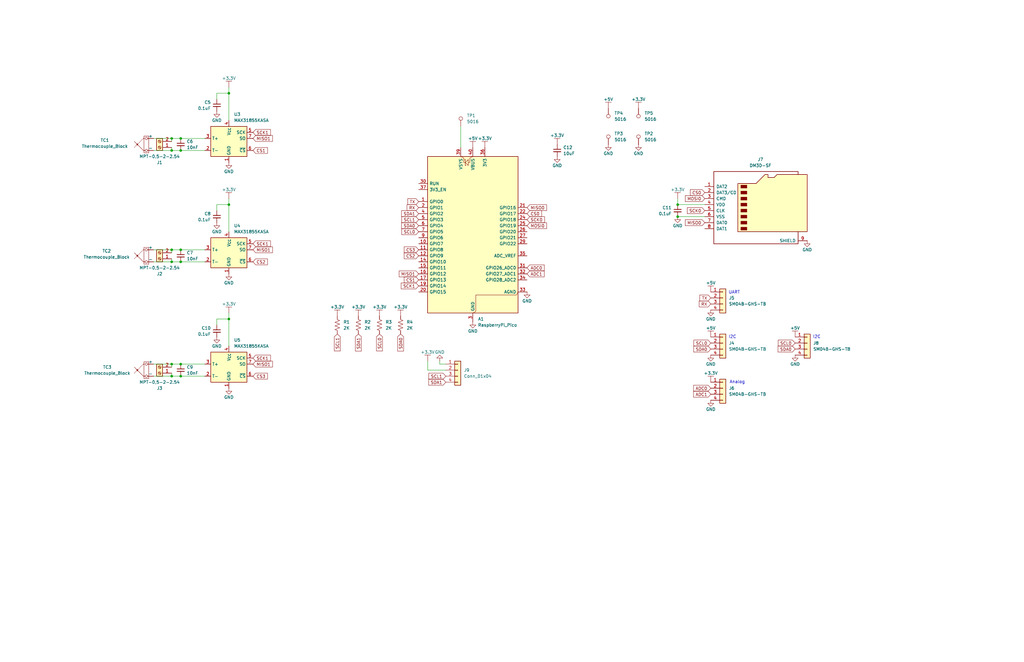
<source format=kicad_sch>
(kicad_sch (version 20250114) (generator "eeschema") (generator_version "9.0")
  (paper "B")
  (lib_symbols
    (symbol "Connector:Micro_SD_Card" (pin_names (offset 1.016))
      (property "Reference" "J" (at -16.51 15.24 0))
      (property "Value" "Micro_SD_Card" (at 16.51 15.24 0))
      (symbol "Micro_SD_Card_0_1"
        (polyline (pts (xy -8.89 -11.43) (xy -8.89 8.89) (xy -1.27 8.89) (xy 2.54 12.7) (xy 3.81 12.7) (xy 3.81 11.43) (xy 6.35 11.43) (xy 7.62 12.7) (xy 20.32 12.7) (xy 20.32 -11.43) (xy -8.89 -11.43)) (stroke (width 0.254)) (fill (type background)))
        (rectangle (start -7.62 8.255) (end -5.08 6.985) (fill (type outline)))
        (rectangle (start -7.62 5.715) (end -5.08 4.445) (fill (type outline)))
        (rectangle (start -7.62 3.175) (end -5.08 1.905) (fill (type outline)))
        (rectangle (start -7.62 0.635) (end -5.08 -0.635) (fill (type outline)))
        (rectangle (start -7.62 -1.905) (end -5.08 -3.175) (fill (type outline)))
        (rectangle (start -7.62 -4.445) (end -5.08 -5.715) (fill (type outline)))
        (rectangle (start -7.62 -6.985) (end -5.08 -8.255) (fill (type outline)))
        (rectangle (start -7.62 -9.525) (end -5.08 -10.795) (fill (type outline)))
        (polyline (pts (xy 16.51 12.7) (xy 16.51 13.97) (xy -19.05 13.97) (xy -19.05 -16.51) (xy 16.51 -16.51) (xy 16.51 -11.43)) (stroke (width 0.254)))
      )
      (symbol "Micro_SD_Card_1_1"
        (pin bidirectional line (at -22.86 7.62 0) (length 3.81) (name "DAT2") (number "1"))
        (pin bidirectional line (at -22.86 5.08 0) (length 3.81) (name "DAT3/CD") (number "2"))
        (pin input line (at -22.86 2.54 0) (length 3.81) (name "CMD") (number "3"))
        (pin power_in line (at -22.86 0 0) (length 3.81) (name "VDD") (number "4"))
        (pin input line (at -22.86 -2.54 0) (length 3.81) (name "CLK") (number "5"))
        (pin power_in line (at -22.86 -5.08 0) (length 3.81) (name "VSS") (number "6"))
        (pin bidirectional line (at -22.86 -7.62 0) (length 3.81) (name "DAT0") (number "7"))
        (pin bidirectional line (at -22.86 -10.16 0) (length 3.81) (name "DAT1") (number "8"))
        (pin passive line (at 20.32 -15.24 180) (length 3.81) (name "SHIELD") (number "9"))
      )
    )
    (symbol "Connector:Screw_Terminal_01x02" (pin_names (offset 1.016) (hide yes))
      (property "Reference" "J" (at 0 2.54 0))
      (property "Value" "Screw_Terminal_01x02" (at 0 -5.08 0))
      (symbol "Screw_Terminal_01x02_1_1"
        (rectangle (start -1.27 1.27) (end 1.27 -3.81) (stroke (width 0.254)) (fill (type background)))
        (polyline (pts (xy -0.5334 0.3302) (xy 0.3302 -0.508)) (stroke (width 0.1524)))
        (polyline (pts (xy -0.5334 -2.2098) (xy 0.3302 -3.048)) (stroke (width 0.1524)))
        (polyline (pts (xy -0.3556 0.508) (xy 0.508 -0.3302)) (stroke (width 0.1524)))
        (polyline (pts (xy -0.3556 -2.032) (xy 0.508 -2.8702)) (stroke (width 0.1524)))
        (circle (center 0 0) (radius 0.635) (stroke (width 0.1524)))
        (circle (center 0 -2.54) (radius 0.635) (stroke (width 0.1524)))
        (pin passive line (at -5.08 0 0) (length 3.81) (name "Pin_1") (number "1"))
        (pin passive line (at -5.08 -2.54 0) (length 3.81) (name "Pin_2") (number "2"))
      )
    )
    (symbol "Connector:TestPoint" (pin_numbers (hide yes)) (pin_names (offset 0.762) (hide yes))
      (property "Reference" "TP" (at 0 6.858 0))
      (property "Value" "TestPoint" (at 0 5.08 0))
      (symbol "TestPoint_0_1"
        (circle (center 0 3.302) (radius 0.762))
      )
      (symbol "TestPoint_1_1"
        (pin passive line (at 0 0 90) (length 2.54) (name "1") (number "1"))
      )
    )
    (symbol "Connector_Generic:Conn_01x04" (pin_names (offset 1.016) (hide yes))
      (property "Reference" "J" (at 0 5.08 0))
      (property "Value" "Conn_01x04" (at 0 -7.62 0))
      (symbol "Conn_01x04_1_1"
        (rectangle (start -1.27 3.81) (end 1.27 -6.35) (stroke (width 0.254)) (fill (type background)))
        (rectangle (start -1.27 2.667) (end 0 2.413) (stroke (width 0.1524)))
        (rectangle (start -1.27 0.127) (end 0 -0.127) (stroke (width 0.1524)))
        (rectangle (start -1.27 -2.413) (end 0 -2.667) (stroke (width 0.1524)))
        (rectangle (start -1.27 -4.953) (end 0 -5.207) (stroke (width 0.1524)))
        (pin passive line (at -5.08 2.54 0) (length 3.81) (name "Pin_1") (number "1"))
        (pin passive line (at -5.08 0 0) (length 3.81) (name "Pin_2") (number "2"))
        (pin passive line (at -5.08 -2.54 0) (length 3.81) (name "Pin_3") (number "3"))
        (pin passive line (at -5.08 -5.08 0) (length 3.81) (name "Pin_4") (number "4"))
      )
    )
    (symbol "Device:C_Small" (pin_numbers (hide yes)) (pin_names (offset 0.254) (hide yes))
      (property "Reference" "C" (at 0.254 1.778 0))
      (property "Value" "C_Small" (at 0.254 -2.032 0))
      (symbol "C_Small_0_1"
        (polyline (pts (xy -1.524 0.508) (xy 1.524 0.508)) (stroke (width 0.3048)))
        (polyline (pts (xy -1.524 -0.508) (xy 1.524 -0.508)) (stroke (width 0.3302)))
      )
      (symbol "C_Small_1_1"
        (pin passive line (at 0 2.54 270) (length 2.032) (name "~") (number "1"))
        (pin passive line (at 0 -2.54 90) (length 2.032) (name "~") (number "2"))
      )
    )
    (symbol "Device:R_US" (pin_numbers (hide yes)) (pin_names (offset 0))
      (property "Reference" "R" (at 2.54 0 90))
      (property "Value" "R_US" (at -2.54 0 90))
      (symbol "R_US_0_1"
        (polyline (pts (xy 0 2.286) (xy 0 2.54)))
        (polyline (pts (xy 0 2.286) (xy 1.016 1.905) (xy 0 1.524) (xy -1.016 1.143) (xy 0 0.762)))
        (polyline (pts (xy 0 0.762) (xy 1.016 0.381) (xy 0 0) (xy -1.016 -0.381) (xy 0 -0.762)))
        (polyline (pts (xy 0 -0.762) (xy 1.016 -1.143) (xy 0 -1.524) (xy -1.016 -1.905) (xy 0 -2.286)))
        (polyline (pts (xy 0 -2.286) (xy 0 -2.54)))
      )
      (symbol "R_US_1_1"
        (pin passive line (at 0 3.81 270) (length 1.27) (name "~") (number "1"))
        (pin passive line (at 0 -3.81 90) (length 1.27) (name "~") (number "2"))
      )
    )
    (symbol "Device:Thermocouple_Block" (pin_numbers (hide yes)) (pin_names (offset 0))
      (property "Reference" "TC" (at -3.048 3.81 0))
      (property "Value" "Thermocouple_Block" (at -5.08 -4.064 0))
      (symbol "Thermocouple_Block_0_1"
        (polyline (pts (xy -2.794 -1.016) (xy -3.048 -1.27)))
        (polyline (pts (xy -2.286 -0.508) (xy -2.54 -0.762)))
        (circle (center -1.778 0) (radius 0.254) (fill (type outline)))
        (polyline (pts (xy -1.778 0) (xy -2.032 -0.254)))
        (polyline (pts (xy -1.27 0.508) (xy -1.524 0.254)))
        (polyline (pts (xy -0.762 1.016) (xy -1.016 0.762)))
        (polyline (pts (xy -0.254 1.524) (xy -0.508 1.27)))
        (polyline (pts (xy 0.254 2.032) (xy 0 1.778)))
        (polyline (pts (xy 0.762 2.54) (xy 0.508 2.286)))
        (rectangle (start 1.016 3.556) (end 3.048 -3.556))
        (polyline (pts (xy 1.27 2.54) (xy 0.762 2.54)))
        (polyline (pts (xy 1.27 -2.54) (xy 1.016 -2.54)))
        (polyline (pts (xy 1.524 -2.54) (xy 0.762 -2.54) (xy -3.048 1.27)))
        (circle (center 2.032 2.54) (radius 0.508))
        (circle (center 2.032 -2.54) (radius 0.508))
      )
      (symbol "Thermocouple_Block_1_1"
        (pin passive line (at 5.08 2.54 180) (length 2.54) (name "+") (number "1"))
        (pin passive line (at 5.08 -2.54 180) (length 2.54) (name "-") (number "2"))
      )
    )
    (symbol "MCU_Module:RaspberryPi_Pico" (pin_names (offset 0.762))
      (property "Reference" "A" (at -19.05 35.56 0))
      (property "Value" "RaspberryPi_Pico" (at 7.62 35.56 0))
      (symbol "RaspberryPi_Pico_0_1"
        (rectangle (start -19.05 34.29) (end 19.05 -31.75) (stroke (width 0.254)) (fill (type background)))
        (polyline (pts (xy -5.08 34.29) (xy -3.81 33.655) (xy -3.81 31.75) (xy -3.175 31.75)))
        (polyline (pts (xy -3.429 32.766) (xy -3.429 33.02) (xy -3.175 33.02) (xy -3.175 30.48) (xy -2.921 30.48) (xy -2.921 30.734)))
        (polyline (pts (xy -3.175 31.75) (xy -1.905 33.02) (xy -1.905 30.48) (xy -3.175 31.75)))
        (polyline (pts (xy 0 34.29) (xy -1.27 33.655) (xy -1.27 31.75) (xy -1.905 31.75)))
        (polyline (pts (xy 0 -31.75) (xy 1.27 -31.115) (xy 1.27 -24.13) (xy 18.415 -24.13) (xy 19.05 -22.86)))
      )
      (symbol "RaspberryPi_Pico_1_1"
        (pin passive line (at -22.86 22.86 0) (length 3.81) (name "RUN") (number "30"))
        (pin passive line (at -22.86 20.32 0) (length 3.81) (name "3V3_EN") (number "37"))
        (pin bidirectional line (at -22.86 15.24 0) (length 3.81) (name "GPIO0") (number "1"))
        (pin bidirectional line (at -22.86 12.7 0) (length 3.81) (name "GPIO1") (number "2"))
        (pin bidirectional line (at -22.86 10.16 0) (length 3.81) (name "GPIO2") (number "4"))
        (pin bidirectional line (at -22.86 7.62 0) (length 3.81) (name "GPIO3") (number "5"))
        (pin bidirectional line (at -22.86 5.08 0) (length 3.81) (name "GPIO4") (number "6"))
        (pin bidirectional line (at -22.86 2.54 0) (length 3.81) (name "GPIO5") (number "7"))
        (pin bidirectional line (at -22.86 0 0) (length 3.81) (name "GPIO6") (number "9"))
        (pin bidirectional line (at -22.86 -2.54 0) (length 3.81) (name "GPIO7") (number "10"))
        (pin bidirectional line (at -22.86 -5.08 0) (length 3.81) (name "GPIO8") (number "11"))
        (pin bidirectional line (at -22.86 -7.62 0) (length 3.81) (name "GPIO9") (number "12"))
        (pin bidirectional line (at -22.86 -10.16 0) (length 3.81) (name "GPIO10") (number "14"))
        (pin bidirectional line (at -22.86 -12.7 0) (length 3.81) (name "GPIO11") (number "15"))
        (pin bidirectional line (at -22.86 -15.24 0) (length 3.81) (name "GPIO12") (number "16"))
        (pin bidirectional line (at -22.86 -17.78 0) (length 3.81) (name "GPIO13") (number "17"))
        (pin bidirectional line (at -22.86 -20.32 0) (length 3.81) (name "GPIO14") (number "19"))
        (pin bidirectional line (at -22.86 -22.86 0) (length 3.81) (name "GPIO15") (number "20"))
        (pin power_in line (at -5.08 38.1 270) (length 3.81) (name "VSYS") (number "39"))
        (pin power_out line (at 0 38.1 270) (length 3.81) (name "VBUS") (number "40"))
        (pin passive line (at 0 -35.56 90) (length 3.81) (hide yes) (name "GND") (number "13"))
        (pin passive line (at 0 -35.56 90) (length 3.81) (hide yes) (name "GND") (number "18"))
        (pin passive line (at 0 -35.56 90) (length 3.81) (hide yes) (name "GND") (number "23"))
        (pin passive line (at 0 -35.56 90) (length 3.81) (hide yes) (name "GND") (number "28"))
        (pin power_out line (at 0 -35.56 90) (length 3.81) (name "GND") (number "3"))
        (pin passive line (at 0 -35.56 90) (length 3.81) (hide yes) (name "GND") (number "38"))
        (pin passive line (at 0 -35.56 90) (length 3.81) (hide yes) (name "GND") (number "8"))
        (pin power_out line (at 5.08 38.1 270) (length 3.81) (name "3V3") (number "36"))
        (pin bidirectional line (at 22.86 12.7 180) (length 3.81) (name "GPIO16") (number "21"))
        (pin bidirectional line (at 22.86 10.16 180) (length 3.81) (name "GPIO17") (number "22"))
        (pin bidirectional line (at 22.86 7.62 180) (length 3.81) (name "GPIO18") (number "24"))
        (pin bidirectional line (at 22.86 5.08 180) (length 3.81) (name "GPIO19") (number "25"))
        (pin bidirectional line (at 22.86 2.54 180) (length 3.81) (name "GPIO20") (number "26"))
        (pin bidirectional line (at 22.86 0 180) (length 3.81) (name "GPIO21") (number "27"))
        (pin bidirectional line (at 22.86 -2.54 180) (length 3.81) (name "GPIO22") (number "29"))
        (pin power_in line (at 22.86 -7.62 180) (length 3.81) (name "ADC_VREF") (number "35"))
        (pin bidirectional line (at 22.86 -12.7 180) (length 3.81) (name "GPIO26_ADC0") (number "31"))
        (pin bidirectional line (at 22.86 -15.24 180) (length 3.81) (name "GPIO27_ADC1") (number "32"))
        (pin bidirectional line (at 22.86 -17.78 180) (length 3.81) (name "GPIO28_ADC2") (number "34"))
        (pin power_out line (at 22.86 -22.86 180) (length 3.81) (name "AGND") (number "33"))
      )
    )
    (symbol "Sensor_Temperature:MAX31855KASA"
      (property "Reference" "U" (at -7.62 8.89 0))
      (property "Value" "MAX31855KASA" (at 1.27 8.89 0))
      (symbol "MAX31855KASA_0_1"
        (rectangle (start -7.62 7.62) (end 7.62 -5.08) (stroke (width 0.254)) (fill (type background)))
      )
      (symbol "MAX31855KASA_1_1"
        (pin passive line (at -10.16 2.54 0) (length 2.54) (name "T+") (number "3"))
        (pin passive line (at -10.16 -2.54 0) (length 2.54) (name "T-") (number "2"))
        (pin no_connect line (at -7.62 5.08 0) (length 2.54) (hide yes) (name "NC") (number "8"))
        (pin power_in line (at 0 10.16 270) (length 2.54) (name "V_{CC}") (number "4"))
        (pin power_in line (at 0 -7.62 90) (length 2.54) (name "GND") (number "1"))
        (pin input line (at 10.16 5.08 180) (length 2.54) (name "SCK") (number "5"))
        (pin tri_state line (at 10.16 2.54 180) (length 2.54) (name "SO") (number "7"))
        (pin input line (at 10.16 -2.54 180) (length 2.54) (name "~{CS}") (number "6"))
      )
    )
    (symbol "jannett_symbols:+3.3V" (power) (pin_names (offset 0))
      (property "Value" "+3.3V" (at 0 3.81 0))
      (symbol "+3.3V_0_1"
        (polyline (pts (xy -1.27 2.54) (xy 1.27 2.54)))
        (polyline (pts (xy 0 0) (xy 0 2.54)))
      )
      (symbol "+3.3V_1_1"
        (pin power_in line (at 0 0 90) (length 0) (hide yes) (name "+3.3V") (number "1"))
      )
    )
    (symbol "jannett_symbols:+5V" (power) (pin_names (offset 0))
      (property "Value" "+5V" (at 0 3.81 0))
      (symbol "+5V_0_1"
        (polyline (pts (xy -1.27 2.54) (xy 1.27 2.54)))
        (polyline (pts (xy 0 0) (xy 0 2.54)))
      )
      (symbol "+5V_1_1"
        (pin power_in line (at 0 0 90) (length 0) (hide yes) (name "+5V") (number "1"))
      )
    )
    (symbol "power:GND" (power) (pin_numbers (hide yes)) (pin_names (offset 0) (hide yes))
      (property "Value" "GND" (at 0 -3.81 0))
      (symbol "GND_0_1"
        (polyline (pts (xy 0 0) (xy 0 -1.27) (xy 1.27 -1.27) (xy 0 -2.54) (xy -1.27 -1.27) (xy 0 -1.27)))
      )
      (symbol "GND_1_1"
        (pin power_in line (at 0 0 270) (length 0) (name "~") (number "1"))
      )
    )
  )
  (text "I2C" (at 344.424 142.24 0) (effects (font (size 1.27 1.27))))
  (text "I2C" (at 308.864 142.24 0) (effects (font (size 1.27 1.27))))
  (text "Analog" (at 310.896 161.29 0) (effects (font (size 1.27 1.27))))
  (text "UART" (at 309.626 123.444 0) (effects (font (size 1.27 1.27))))
  (junction (at 76.2 63.5))
  (junction (at 72.39 153.67))
  (junction (at 76.2 158.75))
  (junction (at 72.39 63.5))
  (junction (at 72.39 105.41))
  (junction (at 96.52 39.37))
  (junction (at 96.52 86.36))
  (junction (at 96.52 134.62))
  (junction (at 76.2 110.49))
  (junction (at 72.39 110.49))
  (junction (at 76.2 58.42))
  (junction (at 285.75 91.44))
  (junction (at 76.2 153.67))
  (junction (at 285.75 86.36))
  (junction (at 72.39 158.75))
  (junction (at 76.2 105.41))
  (junction (at 72.39 58.42))
  (wire (pts (xy 91.44 41.91) (xy 91.44 39.37)))
  (wire (pts (xy 64.77 63.5) (xy 72.39 63.5)))
  (wire (pts (xy 72.39 153.67) (xy 72.39 154.94)))
  (wire (pts (xy 76.2 105.41) (xy 86.36 105.41)))
  (wire (pts (xy 72.39 105.41) (xy 76.2 105.41)))
  (wire (pts (xy 91.44 134.62) (xy 96.52 134.62)))
  (wire (pts (xy 96.52 36.83) (xy 96.52 39.37)))
  (wire (pts (xy 285.75 91.44) (xy 297.18 91.44)))
  (wire (pts (xy 64.77 58.42) (xy 72.39 58.42)))
  (wire (pts (xy 91.44 39.37) (xy 96.52 39.37)))
  (wire (pts (xy 91.44 86.36) (xy 96.52 86.36)))
  (wire (pts (xy 185.42 153.67) (xy 187.96 153.67)))
  (wire (pts (xy 72.39 153.67) (xy 76.2 153.67)))
  (wire (pts (xy 96.52 132.08) (xy 96.52 134.62)))
  (wire (pts (xy 72.39 105.41) (xy 72.39 106.68)))
  (wire (pts (xy 96.52 134.62) (xy 96.52 146.05)))
  (wire (pts (xy 194.31 53.34) (xy 194.31 62.23)))
  (wire (pts (xy 76.2 158.75) (xy 86.36 158.75)))
  (wire (pts (xy 72.39 109.22) (xy 72.39 110.49)))
  (wire (pts (xy 64.77 153.67) (xy 72.39 153.67)))
  (wire (pts (xy 72.39 62.23) (xy 72.39 63.5)))
  (wire (pts (xy 96.52 39.37) (xy 96.52 50.8)))
  (wire (pts (xy 76.2 58.42) (xy 86.36 58.42)))
  (wire (pts (xy 64.77 158.75) (xy 72.39 158.75)))
  (wire (pts (xy 285.75 86.36) (xy 297.18 86.36)))
  (wire (pts (xy 185.42 152.4) (xy 185.42 153.67)))
  (wire (pts (xy 72.39 58.42) (xy 76.2 58.42)))
  (wire (pts (xy 72.39 110.49) (xy 76.2 110.49)))
  (wire (pts (xy 91.44 137.16) (xy 91.44 134.62)))
  (wire (pts (xy 180.34 152.4) (xy 180.34 156.21)))
  (wire (pts (xy 91.44 88.9) (xy 91.44 86.36)))
  (wire (pts (xy 76.2 63.5) (xy 86.36 63.5)))
  (wire (pts (xy 72.39 157.48) (xy 72.39 158.75)))
  (wire (pts (xy 72.39 63.5) (xy 76.2 63.5)))
  (wire (pts (xy 72.39 58.42) (xy 72.39 59.69)))
  (wire (pts (xy 64.77 110.49) (xy 72.39 110.49)))
  (wire (pts (xy 76.2 110.49) (xy 86.36 110.49)))
  (wire (pts (xy 180.34 156.21) (xy 187.96 156.21)))
  (wire (pts (xy 64.77 105.41) (xy 72.39 105.41)))
  (wire (pts (xy 285.75 83.82) (xy 285.75 86.36)))
  (wire (pts (xy 96.52 83.82) (xy 96.52 86.36)))
  (wire (pts (xy 72.39 158.75) (xy 76.2 158.75)))
  (wire (pts (xy 76.2 153.67) (xy 86.36 153.67)))
  (wire (pts (xy 96.52 86.36) (xy 96.52 97.79)))
  (global_label "SCL0" (shape input) (at 299.72 144.78 180) (property "Intersheetrefs" "${INTERSHEET_REFS}" (effects (hide yes))))
  (global_label "MISO1" (shape input) (at 106.68 58.42 0) (property "Intersheetrefs" "${INTERSHEET_REFS}" (effects (hide yes))))
  (global_label "CS3" (shape input) (at 176.53 105.41 180) (property "Intersheetrefs" "${INTERSHEET_REFS}" (effects (hide yes))))
  (global_label "MOSI0" (shape input) (at 297.18 83.82 180) (property "Intersheetrefs" "${INTERSHEET_REFS}" (effects (hide yes))))
  (global_label "MISO0" (shape input) (at 222.25 87.63 0) (property "Intersheetrefs" "${INTERSHEET_REFS}" (effects (hide yes))))
  (global_label "SDA1" (shape input) (at 176.53 90.17 180) (property "Intersheetrefs" "${INTERSHEET_REFS}" (effects (hide yes))))
  (global_label "SCK1" (shape input) (at 176.53 120.65 180) (property "Intersheetrefs" "${INTERSHEET_REFS}" (effects (hide yes))))
  (global_label "SCL0" (shape input) (at 160.02 140.97 270) (property "Intersheetrefs" "${INTERSHEET_REFS}" (effects (hide yes))))
  (global_label "ADC0" (shape input) (at 299.72 163.83 180) (property "Intersheetrefs" "${INTERSHEET_REFS}" (effects (hide yes))))
  (global_label "CS2" (shape input) (at 176.53 107.95 180) (property "Intersheetrefs" "${INTERSHEET_REFS}" (effects (hide yes))))
  (global_label "SCL1" (shape input) (at 142.24 140.97 270) (property "Intersheetrefs" "${INTERSHEET_REFS}" (effects (hide yes))))
  (global_label "SDA0" (shape input) (at 176.53 95.25 180) (property "Intersheetrefs" "${INTERSHEET_REFS}" (effects (hide yes))))
  (global_label "SDA0" (shape input) (at 335.28 147.32 180) (property "Intersheetrefs" "${INTERSHEET_REFS}" (effects (hide yes))))
  (global_label "MISO0" (shape input) (at 297.18 93.98 180) (property "Intersheetrefs" "${INTERSHEET_REFS}" (effects (hide yes))))
  (global_label "CS3" (shape input) (at 106.68 158.75 0) (property "Intersheetrefs" "${INTERSHEET_REFS}" (effects (hide yes))))
  (global_label "SCL0" (shape input) (at 176.53 97.79 180) (property "Intersheetrefs" "${INTERSHEET_REFS}" (effects (hide yes))))
  (global_label "SCK0" (shape input) (at 222.25 92.71 0) (property "Intersheetrefs" "${INTERSHEET_REFS}" (effects (hide yes))))
  (global_label "SCK1" (shape input) (at 106.68 55.88 0) (property "Intersheetrefs" "${INTERSHEET_REFS}" (effects (hide yes))))
  (global_label "MISO1" (shape input) (at 106.68 153.67 0) (property "Intersheetrefs" "${INTERSHEET_REFS}" (effects (hide yes))))
  (global_label "CS0" (shape input) (at 297.18 81.28 180) (property "Intersheetrefs" "${INTERSHEET_REFS}" (effects (hide yes))))
  (global_label "SDA1" (shape input) (at 187.96 161.29 180) (property "Intersheetrefs" "${INTERSHEET_REFS}" (effects (hide yes))))
  (global_label "CS0" (shape input) (at 222.25 90.17 0) (property "Intersheetrefs" "${INTERSHEET_REFS}" (effects (hide yes))))
  (global_label "MOSI0" (shape input) (at 222.25 95.25 0) (property "Intersheetrefs" "${INTERSHEET_REFS}" (effects (hide yes))))
  (global_label "RX" (shape input) (at 176.53 87.63 180) (property "Intersheetrefs" "${INTERSHEET_REFS}" (effects (hide yes))))
  (global_label "CS1" (shape input) (at 176.53 118.11 180) (property "Intersheetrefs" "${INTERSHEET_REFS}" (effects (hide yes))))
  (global_label "SCL0" (shape input) (at 335.28 144.78 180) (property "Intersheetrefs" "${INTERSHEET_REFS}" (effects (hide yes))))
  (global_label "SDA1" (shape input) (at 151.13 140.97 270) (property "Intersheetrefs" "${INTERSHEET_REFS}" (effects (hide yes))))
  (global_label "MISO1" (shape input) (at 106.68 105.41 0) (property "Intersheetrefs" "${INTERSHEET_REFS}" (effects (hide yes))))
  (global_label "SCK0" (shape input) (at 297.18 88.9 180) (property "Intersheetrefs" "${INTERSHEET_REFS}" (effects (hide yes))))
  (global_label "ADC1" (shape input) (at 299.72 166.37 180) (property "Intersheetrefs" "${INTERSHEET_REFS}" (effects (hide yes))))
  (global_label "ADC0" (shape input) (at 222.25 113.03 0) (property "Intersheetrefs" "${INTERSHEET_REFS}" (effects (hide yes))))
  (global_label "RX" (shape input) (at 299.72 128.27 180) (property "Intersheetrefs" "${INTERSHEET_REFS}" (effects (hide yes))))
  (global_label "SDA0" (shape input) (at 299.72 147.32 180) (property "Intersheetrefs" "${INTERSHEET_REFS}" (effects (hide yes))))
  (global_label "CS1" (shape input) (at 106.68 63.5 0) (property "Intersheetrefs" "${INTERSHEET_REFS}" (effects (hide yes))))
  (global_label "SCK1" (shape input) (at 106.68 102.87 0) (property "Intersheetrefs" "${INTERSHEET_REFS}" (effects (hide yes))))
  (global_label "TX" (shape input) (at 299.72 125.73 180) (property "Intersheetrefs" "${INTERSHEET_REFS}" (effects (hide yes))))
  (global_label "SDA0" (shape input) (at 168.91 140.97 270) (property "Intersheetrefs" "${INTERSHEET_REFS}" (effects (hide yes))))
  (global_label "SCK1" (shape input) (at 106.68 151.13 0) (property "Intersheetrefs" "${INTERSHEET_REFS}" (effects (hide yes))))
  (global_label "CS2" (shape input) (at 106.68 110.49 0) (property "Intersheetrefs" "${INTERSHEET_REFS}" (effects (hide yes))))
  (global_label "TX" (shape input) (at 176.53 85.09 180) (property "Intersheetrefs" "${INTERSHEET_REFS}" (effects (hide yes))))
  (global_label "MISO1" (shape input) (at 176.53 115.57 180) (property "Intersheetrefs" "${INTERSHEET_REFS}" (effects (hide yes))))
  (global_label "SCL1" (shape input) (at 187.96 158.75 180) (property "Intersheetrefs" "${INTERSHEET_REFS}" (effects (hide yes))))
  (global_label "ADC1" (shape input) (at 222.25 115.57 0) (property "Intersheetrefs" "${INTERSHEET_REFS}" (effects (hide yes))))
  (global_label "SCL1" (shape input) (at 176.53 92.71 180) (property "Intersheetrefs" "${INTERSHEET_REFS}" (effects (hide yes))))
  (symbol (lib_id "power:GND") (at 299.72 149.86 0) (mirror y) (unit 1)
    (property "Reference" "#PWR019" (effects (hide yes)))
    (property "Value" "GND" (at 299.72 153.67 0))
    (property "Description" "Power symbol creates a global label with name \"GND\" , ground" (effects (hide yes)))
  )
  (symbol (lib_id "power:GND") (at 91.44 46.99 0) (mirror y) (unit 1)
    (property "Reference" "#PWR014" (effects (hide yes)))
    (property "Value" "GND" (at 91.44 50.8 0))
    (property "Description" "Power symbol creates a global label with name \"GND\" , ground" (effects (hide yes)))
  )
  (symbol (lib_id "Connector_Generic:Conn_01x04") (at 193.04 156.21 0) (unit 1)
    (property "Reference" "J9" (at 195.58 156.2099 0) (effects (justify left)))
    (property "Value" "Conn_01x04" (at 195.58 158.7499 0) (effects (justify left)))
    (property "Footprint" "Connector_PinSocket_2.54mm:PinSocket_1x04_P2.54mm_Vertical" (effects (hide yes)))
    (property "Description" "Generic connector, single row, 01x04, script generated (kicad-library-utils/schlib/autogen/connector/)" (effects (hide yes)))
  )
  (symbol (lib_id "jannett_symbols:+3.3V") (at 299.72 161.29 0) (mirror y) (unit 1)
    (property "Reference" "#PWR020" (effects (hide yes)))
    (property "Value" "+3.3V" (at 299.72 157.48 0))
    (property "Description" "Power symbol creates a global label with name \"+3.3V\"" (effects (hide yes)))
  )
  (symbol (lib_id "MCU_Module:RaspberryPi_Pico") (at 199.39 100.33 0) (unit 1)
    (property "Reference" "A1" (at 201.5333 134.62 0) (effects (justify left)))
    (property "Value" "RaspberryPi_Pico" (at 201.5333 137.16 0) (effects (justify left)))
    (property "Footprint" "Module:RaspberryPi_Pico_Common_Unspecified" (effects (hide yes)))
    (property "Datasheet" "https://datasheets.raspberrypi.com/pico/pico-datasheet.pdf" (effects (hide yes)))
    (property "Description" "Versatile and inexpensive microcontroller module powered by RP2040 dual-core Arm Cortex-M0+ processor up to 133 MHz, 264kB SRAM, 2MB QSPI flash; also supports Raspberry Pi Pico 2" (effects (hide yes)))
  )
  (symbol (lib_id "Device:C_Small") (at 91.44 91.44 0) (mirror y) (unit 1)
    (property "Reference" "C8" (at 88.9 90.1762 0) (effects (justify left)))
    (property "Value" "0.1uF" (at 88.9 92.7162 0) (effects (justify left)))
    (property "Footprint" "Capacitor_SMD:C_0603_1608Metric" (effects (hide yes)))
    (property "Description" "Unpolarized capacitor, small symbol" (effects (hide yes)))
  )
  (symbol (lib_id "power:GND") (at 96.52 115.57 0) (mirror y) (unit 1)
    (property "Reference" "#PWR024" (effects (hide yes)))
    (property "Value" "GND" (at 96.52 119.38 0))
    (property "Description" "Power symbol creates a global label with name \"GND\" , ground" (effects (hide yes)))
  )
  (symbol (lib_id "Sensor_Temperature:MAX31855KASA") (at 96.52 156.21 0) (unit 1)
    (property "Reference" "U5" (at 98.6633 143.51 0) (effects (justify left)))
    (property "Value" "MAX31855KASA" (at 98.6633 146.05 0) (effects (justify left)))
    (property "Footprint" "Package_SO:SOIC-8_3.9x4.9mm_P1.27mm" (effects (hide yes)))
    (property "Datasheet" "http://datasheets.maximintegrated.com/en/ds/MAX31855.pdf" (effects (hide yes)))
    (property "Description" "Cold Junction K-type Thermocouple Interface, SPI, SOIC-8" (effects (hide yes)))
  )
  (symbol (lib_id "Device:C_Small") (at 91.44 44.45 0) (mirror y) (unit 1)
    (property "Reference" "C5" (at 88.9 43.1862 0) (effects (justify left)))
    (property "Value" "0.1uF" (at 88.9 45.7262 0) (effects (justify left)))
    (property "Footprint" "Capacitor_SMD:C_0603_1608Metric" (effects (hide yes)))
    (property "Description" "Unpolarized capacitor, small symbol" (effects (hide yes)))
  )
  (symbol (lib_id "Device:R_US") (at 160.02 137.16 0) (unit 1)
    (property "Reference" "R3" (at 162.56 135.8899 0) (effects (justify left)))
    (property "Value" "2K" (at 162.56 138.4299 0) (effects (justify left)))
    (property "Footprint" "Resistor_SMD:R_0603_1608Metric_Pad0.98x0.95mm_HandSolder" (effects (hide yes)))
    (property "Description" "Resistor, US symbol" (effects (hide yes)))
  )
  (symbol (lib_id "jannett_symbols:+3.3V") (at 142.24 133.35 0) (mirror y) (unit 1)
    (property "Reference" "#PWR035" (effects (hide yes)))
    (property "Value" "+3.3V" (at 142.24 129.54 0))
    (property "Description" "Power symbol creates a global label with name \"+3.3V\"" (effects (hide yes)))
  )
  (symbol (lib_id "jannett_symbols:+5V") (at 199.39 62.23 0) (unit 1)
    (property "Reference" "#PWR01" (effects (hide yes)))
    (property "Value" "+5V" (at 199.39 58.42 0))
    (property "Description" "Power symbol creates a global label with name \"+5V\"" (effects (hide yes)))
  )
  (symbol (lib_id "power:GND") (at 185.42 152.4 0) (mirror x) (unit 1)
    (property "Reference" "#PWR033" (effects (hide yes)))
    (property "Value" "GND" (at 185.42 148.59 0))
    (property "Description" "Power symbol creates a global label with name \"GND\" , ground" (effects (hide yes)))
  )
  (symbol (lib_id "jannett_symbols:+3.3V") (at 160.02 133.35 0) (mirror y) (unit 1)
    (property "Reference" "#PWR037" (effects (hide yes)))
    (property "Value" "+3.3V" (at 160.02 129.54 0))
    (property "Description" "Power symbol creates a global label with name \"+3.3V\"" (effects (hide yes)))
  )
  (symbol (lib_id "power:GND") (at 234.95 66.04 0) (mirror y) (unit 1)
    (property "Reference" "#PWR040" (effects (hide yes)))
    (property "Value" "GND" (at 234.95 69.85 0))
    (property "Description" "Power symbol creates a global label with name \"GND\" , ground" (effects (hide yes)))
  )
  (symbol (lib_id "Device:C_Small") (at 76.2 60.96 0) (mirror y) (unit 1)
    (property "Reference" "C6" (at 78.74 59.6962 0) (effects (justify right)))
    (property "Value" "10nF" (at 78.74 62.2362 0) (effects (justify right)))
    (property "Footprint" "Capacitor_SMD:C_0603_1608Metric" (effects (hide yes)))
    (property "Description" "Unpolarized capacitor, small symbol" (effects (hide yes)))
  )
  (symbol (lib_id "jannett_symbols:+3.3V") (at 180.34 152.4 0) (mirror y) (unit 1)
    (property "Reference" "#PWR034" (effects (hide yes)))
    (property "Value" "+3.3V" (at 180.34 148.59 0))
    (property "Description" "Power symbol creates a global label with name \"+3.3V\"" (effects (hide yes)))
  )
  (symbol (lib_id "Device:R_US") (at 168.91 137.16 0) (unit 1)
    (property "Reference" "R4" (at 171.45 135.8899 0) (effects (justify left)))
    (property "Value" "2K" (at 171.45 138.4299 0) (effects (justify left)))
    (property "Footprint" "Resistor_SMD:R_0603_1608Metric_Pad0.98x0.95mm_HandSolder" (effects (hide yes)))
    (property "Description" "Resistor, US symbol" (effects (hide yes)))
  )
  (symbol (lib_id "jannett_symbols:+5V") (at 335.28 142.24 0) (unit 1)
    (property "Reference" "#PWR04" (effects (hide yes)))
    (property "Value" "+5V" (at 335.28 138.43 0))
    (property "Description" "Power symbol creates a global label with name \"+5V\"" (effects (hide yes)))
  )
  (symbol (lib_id "power:GND") (at 222.25 123.19 0) (mirror y) (unit 1)
    (property "Reference" "#PWR030" (effects (hide yes)))
    (property "Value" "GND" (at 222.25 127 0))
    (property "Description" "Power symbol creates a global label with name \"GND\" , ground" (effects (hide yes)))
  )
  (symbol (lib_id "Connector:Micro_SD_Card") (at 320.04 86.36 0) (unit 1)
    (property "Reference" "J7" (at 320.675 67.31 0))
    (property "Value" "DM3D-SF" (at 320.675 69.85 0))
    (property "Footprint" "Connector_Card:microSD_HC_Hirose_DM3D-SF" (effects (hide yes)))
    (property "Datasheet" "https://www.we-online.com/components/products/datasheet/693072010801.pdf" (effects (hide yes)))
    (property "Description" "Micro SD Card Socket" (effects (hide yes)))
  )
  (symbol (lib_id "power:GND") (at 340.36 101.6 0) (mirror y) (unit 1)
    (property "Reference" "#PWR031" (effects (hide yes)))
    (property "Value" "GND" (at 340.36 105.41 0))
    (property "Description" "Power symbol creates a global label with name \"GND\" , ground" (effects (hide yes)))
  )
  (symbol (lib_id "Connector:TestPoint") (at 256.54 45.72 180) (unit 1)
    (property "Reference" "TP4" (at 259.08 47.7519 0) (effects (justify right)))
    (property "Value" "5016" (at 259.08 50.2919 0) (effects (justify right)))
    (property "Footprint" "jannett_footprints:TestPoint_Keystone_5016_Vias" (effects (hide yes)))
    (property "Description" "test point" (effects (hide yes)))
  )
  (symbol (lib_id "Connector:TestPoint") (at 269.24 60.96 0) (unit 1)
    (property "Reference" "TP2" (at 271.78 56.3879 0) (effects (justify left)))
    (property "Value" "5016" (at 271.78 58.9279 0) (effects (justify left)))
    (property "Footprint" "jannett_footprints:TestPoint_Keystone_5016_Vias" (effects (hide yes)))
    (property "Description" "test point" (effects (hide yes)))
  )
  (symbol (lib_id "power:GND") (at 91.44 93.98 0) (mirror y) (unit 1)
    (property "Reference" "#PWR022" (effects (hide yes)))
    (property "Value" "GND" (at 91.44 97.79 0))
    (property "Description" "Power symbol creates a global label with name \"GND\" , ground" (effects (hide yes)))
  )
  (symbol (lib_id "Connector_Generic:Conn_01x04") (at 304.8 125.73 0) (unit 1)
    (property "Reference" "J5" (at 307.34 125.7299 0) (effects (justify left)))
    (property "Value" "SM04B-GHS-TB" (at 307.34 128.2699 0) (effects (justify left)))
    (property "Footprint" "Connector_JST:JST_GH_SM04B-GHS-TB_1x04-1MP_P1.25mm_Horizontal" (effects (hide yes)))
    (property "Description" "Generic connector, single row, 01x04, script generated (kicad-library-utils/schlib/autogen/connector/)" (effects (hide yes)))
  )
  (symbol (lib_id "power:GND") (at 96.52 163.83 0) (mirror y) (unit 1)
    (property "Reference" "#PWR027" (effects (hide yes)))
    (property "Value" "GND" (at 96.52 167.64 0))
    (property "Description" "Power symbol creates a global label with name \"GND\" , ground" (effects (hide yes)))
  )
  (symbol (lib_id "jannett_symbols:+3.3V") (at 96.52 83.82 0) (mirror y) (unit 1)
    (property "Reference" "#PWR023" (effects (hide yes)))
    (property "Value" "+3.3V" (at 96.52 80.01 0))
    (property "Description" "Power symbol creates a global label with name \"+3.3V\"" (effects (hide yes)))
  )
  (symbol (lib_id "power:GND") (at 335.28 149.86 0) (mirror y) (unit 1)
    (property "Reference" "#PWR032" (effects (hide yes)))
    (property "Value" "GND" (at 335.28 153.67 0))
    (property "Description" "Power symbol creates a global label with name \"GND\" , ground" (effects (hide yes)))
  )
  (symbol (lib_id "jannett_symbols:+3.3V") (at 204.47 62.23 0) (mirror y) (unit 1)
    (property "Reference" "#PWR012" (effects (hide yes)))
    (property "Value" "+3.3V" (at 204.47 58.42 0))
    (property "Description" "Power symbol creates a global label with name \"+3.3V\"" (effects (hide yes)))
  )
  (symbol (lib_id "power:GND") (at 199.39 135.89 0) (mirror y) (unit 1)
    (property "Reference" "#PWR016" (effects (hide yes)))
    (property "Value" "GND" (at 199.39 139.7 0))
    (property "Description" "Power symbol creates a global label with name \"GND\" , ground" (effects (hide yes)))
  )
  (symbol (lib_id "power:GND") (at 91.44 142.24 0) (mirror y) (unit 1)
    (property "Reference" "#PWR025" (effects (hide yes)))
    (property "Value" "GND" (at 91.44 146.05 0))
    (property "Description" "Power symbol creates a global label with name \"GND\" , ground" (effects (hide yes)))
  )
  (symbol (lib_id "Connector:Screw_Terminal_01x02") (at 67.31 109.22 180) (unit 1)
    (property "Reference" "J2" (at 67.31 115.57 0))
    (property "Value" "MPT-0,5-2-2.54" (at 67.31 113.03 0))
    (property "Footprint" "TerminalBlock_Phoenix:TerminalBlock_Phoenix_MPT-0,5-2-2.54_1x02_P2.54mm_Horizontal" (effects (hide yes)))
    (property "Description" "Generic screw terminal, single row, 01x02, script generated (kicad-library-utils/schlib/autogen/connector/)" (effects (hide yes)))
  )
  (symbol (lib_id "jannett_symbols:+3.3V") (at 285.75 83.82 0) (mirror y) (unit 1)
    (property "Reference" "#PWR028" (effects (hide yes)))
    (property "Value" "+3.3V" (at 285.75 80.01 0))
    (property "Description" "Power symbol creates a global label with name \"+3.3V\"" (effects (hide yes)))
  )
  (symbol (lib_id "jannett_symbols:+5V") (at 299.72 123.19 0) (unit 1)
    (property "Reference" "#PWR02" (effects (hide yes)))
    (property "Value" "+5V" (at 299.72 119.38 0))
    (property "Description" "Power symbol creates a global label with name \"+5V\"" (effects (hide yes)))
  )
  (symbol (lib_id "jannett_symbols:+3.3V") (at 96.52 132.08 0) (mirror y) (unit 1)
    (property "Reference" "#PWR026" (effects (hide yes)))
    (property "Value" "+3.3V" (at 96.52 128.27 0))
    (property "Description" "Power symbol creates a global label with name \"+3.3V\"" (effects (hide yes)))
  )
  (symbol (lib_id "jannett_symbols:+5V") (at 256.54 45.72 0) (unit 1)
    (property "Reference" "#PWR05" (effects (hide yes)))
    (property "Value" "+5V" (at 256.54 41.91 0))
    (property "Description" "Power symbol creates a global label with name \"+5V\"" (effects (hide yes)))
  )
  (symbol (lib_id "Connector_Generic:Conn_01x04") (at 340.36 144.78 0) (unit 1)
    (property "Reference" "J8" (at 342.9 144.7799 0) (effects (justify left)))
    (property "Value" "SM04B-GHS-TB" (at 342.9 147.3199 0) (effects (justify left)))
    (property "Footprint" "Connector_JST:JST_GH_SM04B-GHS-TB_1x04-1MP_P1.25mm_Horizontal" (effects (hide yes)))
    (property "Description" "Generic connector, single row, 01x04, script generated (kicad-library-utils/schlib/autogen/connector/)" (effects (hide yes)))
  )
  (symbol (lib_id "Device:C_Small") (at 76.2 107.95 0) (mirror y) (unit 1)
    (property "Reference" "C7" (at 78.74 106.6862 0) (effects (justify right)))
    (property "Value" "10nF" (at 78.74 109.2262 0) (effects (justify right)))
    (property "Footprint" "Capacitor_SMD:C_0603_1608Metric" (effects (hide yes)))
    (property "Description" "Unpolarized capacitor, small symbol" (effects (hide yes)))
  )
  (symbol (lib_id "Device:R_US") (at 151.13 137.16 0) (unit 1)
    (property "Reference" "R2" (at 153.67 135.8899 0) (effects (justify left)))
    (property "Value" "2K" (at 153.67 138.4299 0) (effects (justify left)))
    (property "Footprint" "Resistor_SMD:R_0603_1608Metric_Pad0.98x0.95mm_HandSolder" (effects (hide yes)))
    (property "Description" "Resistor, US symbol" (effects (hide yes)))
  )
  (symbol (lib_id "Device:Thermocouple_Block") (at 59.69 60.96 0) (unit 1)
    (property "Reference" "TC1" (at 44.196 59.182 0))
    (property "Value" "Thermocouple_Block" (at 44.196 61.722 0))
    (property "Description" "Thermocouple with isothermal block" (effects (hide yes)))
  )
  (symbol (lib_id "Device:Thermocouple_Block") (at 59.69 107.95 0) (unit 1)
    (property "Reference" "TC2" (at 44.958 105.918 0))
    (property "Value" "Thermocouple_Block" (at 44.958 108.458 0))
    (property "Description" "Thermocouple with isothermal block" (effects (hide yes)))
  )
  (symbol (lib_id "jannett_symbols:+3.3V") (at 234.95 60.96 0) (mirror y) (unit 1)
    (property "Reference" "#PWR039" (effects (hide yes)))
    (property "Value" "+3.3V" (at 234.95 57.15 0))
    (property "Description" "Power symbol creates a global label with name \"+3.3V\"" (effects (hide yes)))
  )
  (symbol (lib_id "Device:R_US") (at 142.24 137.16 0) (unit 1)
    (property "Reference" "R1" (at 144.78 135.8899 0) (effects (justify left)))
    (property "Value" "2K" (at 144.78 138.4299 0) (effects (justify left)))
    (property "Footprint" "Resistor_SMD:R_0603_1608Metric_Pad0.98x0.95mm_HandSolder" (effects (hide yes)))
    (property "Description" "Resistor, US symbol" (effects (hide yes)))
  )
  (symbol (lib_id "Device:C_Small") (at 91.44 139.7 0) (mirror y) (unit 1)
    (property "Reference" "C10" (at 88.9 138.4362 0) (effects (justify left)))
    (property "Value" "0.1uF" (at 88.9 140.9762 0) (effects (justify left)))
    (property "Footprint" "Capacitor_SMD:C_0603_1608Metric" (effects (hide yes)))
    (property "Description" "Unpolarized capacitor, small symbol" (effects (hide yes)))
  )
  (symbol (lib_id "Connector:TestPoint") (at 194.31 53.34 0) (unit 1)
    (property "Reference" "TP1" (at 196.85 48.7679 0) (effects (justify left)))
    (property "Value" "5016" (at 196.85 51.3079 0) (effects (justify left)))
    (property "Footprint" "jannett_footprints:TestPoint_Keystone_5016_Vias" (effects (hide yes)))
    (property "Description" "test point" (effects (hide yes)))
  )
  (symbol (lib_id "power:GND") (at 285.75 91.44 0) (mirror y) (unit 1)
    (property "Reference" "#PWR029" (effects (hide yes)))
    (property "Value" "GND" (at 285.75 95.25 0))
    (property "Description" "Power symbol creates a global label with name \"GND\" , ground" (effects (hide yes)))
  )
  (symbol (lib_id "Device:C_Small") (at 76.2 156.21 0) (mirror y) (unit 1)
    (property "Reference" "C9" (at 78.74 154.9462 0) (effects (justify right)))
    (property "Value" "10nF" (at 78.74 157.4862 0) (effects (justify right)))
    (property "Footprint" "Capacitor_SMD:C_0603_1608Metric" (effects (hide yes)))
    (property "Description" "Unpolarized capacitor, small symbol" (effects (hide yes)))
  )
  (symbol (lib_id "power:GND") (at 299.72 168.91 0) (mirror y) (unit 1)
    (property "Reference" "#PWR021" (effects (hide yes)))
    (property "Value" "GND" (at 299.72 172.72 0))
    (property "Description" "Power symbol creates a global label with name \"GND\" , ground" (effects (hide yes)))
  )
  (symbol (lib_id "Device:C_Small") (at 285.75 88.9 0) (mirror y) (unit 1)
    (property "Reference" "C11" (at 283.21 87.6362 0) (effects (justify left)))
    (property "Value" "0.1uF" (at 283.21 90.1762 0) (effects (justify left)))
    (property "Footprint" "Capacitor_SMD:C_0603_1608Metric" (effects (hide yes)))
    (property "Description" "Unpolarized capacitor, small symbol" (effects (hide yes)))
  )
  (symbol (lib_id "Connector:Screw_Terminal_01x02") (at 67.31 62.23 180) (unit 1)
    (property "Reference" "J1" (at 67.31 68.58 0))
    (property "Value" "MPT-0,5-2-2.54" (at 67.31 66.04 0))
    (property "Footprint" "TerminalBlock_Phoenix:TerminalBlock_Phoenix_MPT-0,5-2-2.54_1x02_P2.54mm_Horizontal" (effects (hide yes)))
    (property "Description" "Generic screw terminal, single row, 01x02, script generated (kicad-library-utils/schlib/autogen/connector/)" (effects (hide yes)))
  )
  (symbol (lib_id "jannett_symbols:+5V") (at 299.72 142.24 0) (unit 1)
    (property "Reference" "#PWR03" (effects (hide yes)))
    (property "Value" "+5V" (at 299.72 138.43 0))
    (property "Description" "Power symbol creates a global label with name \"+5V\"" (effects (hide yes)))
  )
  (symbol (lib_id "Connector:Screw_Terminal_01x02") (at 67.31 157.48 180) (unit 1)
    (property "Reference" "J3" (at 67.31 163.83 0))
    (property "Value" "MPT-0,5-2-2.54" (at 67.31 161.29 0))
    (property "Footprint" "TerminalBlock_Phoenix:TerminalBlock_Phoenix_MPT-0,5-2-2.54_1x02_P2.54mm_Horizontal" (effects (hide yes)))
    (property "Description" "Generic screw terminal, single row, 01x02, script generated (kicad-library-utils/schlib/autogen/connector/)" (effects (hide yes)))
  )
  (symbol (lib_id "jannett_symbols:+3.3V") (at 269.24 45.72 0) (mirror y) (unit 1)
    (property "Reference" "#PWR013" (effects (hide yes)))
    (property "Value" "+3.3V" (at 269.24 41.91 0))
    (property "Description" "Power symbol creates a global label with name \"+3.3V\"" (effects (hide yes)))
  )
  (symbol (lib_id "Connector_Generic:Conn_01x04") (at 304.8 163.83 0) (unit 1)
    (property "Reference" "J6" (at 307.34 163.8299 0) (effects (justify left)))
    (property "Value" "SM04B-GHS-TB" (at 307.34 166.3699 0) (effects (justify left)))
    (property "Footprint" "Connector_JST:JST_GH_SM04B-GHS-TB_1x04-1MP_P1.25mm_Horizontal" (effects (hide yes)))
    (property "Description" "Generic connector, single row, 01x04, script generated (kicad-library-utils/schlib/autogen/connector/)" (effects (hide yes)))
  )
  (symbol (lib_id "power:GND") (at 299.72 130.81 0) (mirror y) (unit 1)
    (property "Reference" "#PWR017" (effects (hide yes)))
    (property "Value" "GND" (at 299.72 134.62 0))
    (property "Description" "Power symbol creates a global label with name \"GND\" , ground" (effects (hide yes)))
  )
  (symbol (lib_id "jannett_symbols:+3.3V") (at 96.52 36.83 0) (mirror y) (unit 1)
    (property "Reference" "#PWR011" (effects (hide yes)))
    (property "Value" "+3.3V" (at 96.52 33.02 0))
    (property "Description" "Power symbol creates a global label with name \"+3.3V\"" (effects (hide yes)))
  )
  (symbol (lib_id "power:GND") (at 256.54 60.96 0) (mirror y) (unit 1)
    (property "Reference" "#PWR041" (effects (hide yes)))
    (property "Value" "GND" (at 256.54 64.77 0))
    (property "Description" "Power symbol creates a global label with name \"GND\" , ground" (effects (hide yes)))
  )
  (symbol (lib_id "Connector:TestPoint") (at 256.54 60.96 0) (unit 1)
    (property "Reference" "TP3" (at 259.08 56.3879 0) (effects (justify left)))
    (property "Value" "5016" (at 259.08 58.9279 0) (effects (justify left)))
    (property "Footprint" "jannett_footprints:TestPoint_Keystone_5016_Vias" (effects (hide yes)))
    (property "Description" "test point" (effects (hide yes)))
  )
  (symbol (lib_id "Sensor_Temperature:MAX31855KASA") (at 96.52 60.96 0) (unit 1)
    (property "Reference" "U3" (at 98.6633 48.26 0) (effects (justify left)))
    (property "Value" "MAX31855KASA" (at 98.6633 50.8 0) (effects (justify left)))
    (property "Footprint" "Package_SO:SOIC-8_3.9x4.9mm_P1.27mm" (effects (hide yes)))
    (property "Datasheet" "http://datasheets.maximintegrated.com/en/ds/MAX31855.pdf" (effects (hide yes)))
    (property "Description" "Cold Junction K-type Thermocouple Interface, SPI, SOIC-8" (effects (hide yes)))
  )
  (symbol (lib_id "power:GND") (at 269.24 60.96 0) (mirror y) (unit 1)
    (property "Reference" "#PWR042" (effects (hide yes)))
    (property "Value" "GND" (at 269.24 64.77 0))
    (property "Description" "Power symbol creates a global label with name \"GND\" , ground" (effects (hide yes)))
  )
  (symbol (lib_id "Device:C_Small") (at 234.95 63.5 0) (mirror y) (unit 1)
    (property "Reference" "C12" (at 237.49 62.2362 0) (effects (justify right)))
    (property "Value" "10uF" (at 237.49 64.7762 0) (effects (justify right)))
    (property "Footprint" "Capacitor_SMD:C_0603_1608Metric" (effects (hide yes)))
    (property "Description" "Unpolarized capacitor, small symbol" (effects (hide yes)))
  )
  (symbol (lib_id "power:GND") (at 96.52 68.58 0) (mirror y) (unit 1)
    (property "Reference" "#PWR015" (effects (hide yes)))
    (property "Value" "GND" (at 96.52 72.39 0))
    (property "Description" "Power symbol creates a global label with name \"GND\" , ground" (effects (hide yes)))
  )
  (symbol (lib_id "jannett_symbols:+3.3V") (at 151.13 133.35 0) (mirror y) (unit 1)
    (property "Reference" "#PWR036" (effects (hide yes)))
    (property "Value" "+3.3V" (at 151.13 129.54 0))
    (property "Description" "Power symbol creates a global label with name \"+3.3V\"" (effects (hide yes)))
  )
  (symbol (lib_id "Device:Thermocouple_Block") (at 59.69 156.21 0) (unit 1)
    (property "Reference" "TC3" (at 45.212 154.94 0))
    (property "Value" "Thermocouple_Block" (at 45.212 157.48 0))
    (property "Description" "Thermocouple with isothermal block" (effects (hide yes)))
  )
  (symbol (lib_id "jannett_symbols:+3.3V") (at 168.91 133.35 0) (mirror y) (unit 1)
    (property "Reference" "#PWR038" (effects (hide yes)))
    (property "Value" "+3.3V" (at 168.91 129.54 0))
    (property "Description" "Power symbol creates a global label with name \"+3.3V\"" (effects (hide yes)))
  )
  (symbol (lib_id "Connector_Generic:Conn_01x04") (at 304.8 144.78 0) (unit 1)
    (property "Reference" "J4" (at 307.34 144.7799 0) (effects (justify left)))
    (property "Value" "SM04B-GHS-TB" (at 307.34 147.3199 0) (effects (justify left)))
    (property "Footprint" "Connector_JST:JST_GH_SM04B-GHS-TB_1x04-1MP_P1.25mm_Horizontal" (effects (hide yes)))
    (property "Description" "Generic connector, single row, 01x04, script generated (kicad-library-utils/schlib/autogen/connector/)" (effects (hide yes)))
  )
  (symbol (lib_id "Connector:TestPoint") (at 269.24 45.72 180) (unit 1)
    (property "Reference" "TP5" (at 271.78 47.7519 0) (effects (justify right)))
    (property "Value" "5016" (at 271.78 50.2919 0) (effects (justify right)))
    (property "Footprint" "jannett_footprints:TestPoint_Keystone_5016_Vias" (effects (hide yes)))
    (property "Description" "test point" (effects (hide yes)))
  )
  (symbol (lib_id "Sensor_Temperature:MAX31855KASA") (at 96.52 107.95 0) (unit 1)
    (property "Reference" "U4" (at 98.6633 95.25 0) (effects (justify left)))
    (property "Value" "MAX31855KASA" (at 98.6633 97.79 0) (effects (justify left)))
    (property "Footprint" "Package_SO:SOIC-8_3.9x4.9mm_P1.27mm" (effects (hide yes)))
    (property "Datasheet" "http://datasheets.maximintegrated.com/en/ds/MAX31855.pdf" (effects (hide yes)))
    (property "Description" "Cold Junction K-type Thermocouple Interface, SPI, SOIC-8" (effects (hide yes)))
  )
)
</source>
